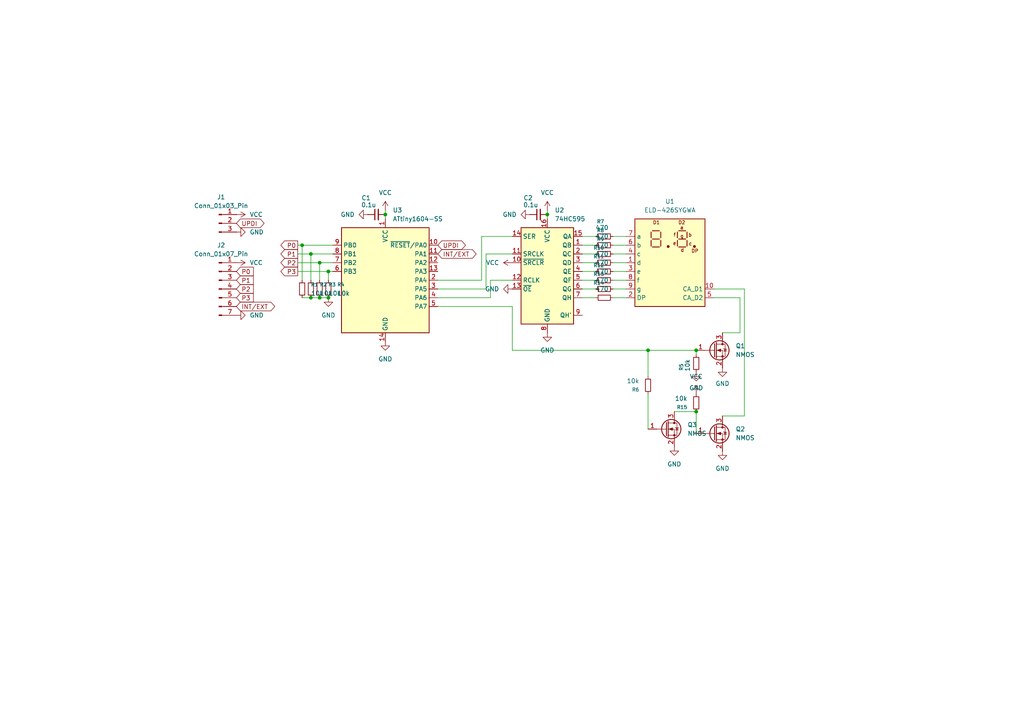
<source format=kicad_sch>
(kicad_sch (version 20250114) (generator "eeschema") (generator_version "9.0")
  (paper "A4")
  (lib_symbols
    (symbol "74xx:74HC595"
      (property "Reference" "U" (at -7.62 13.97 0))
      (property "Value" "74HC595" (at -7.62 -16.51 0))
      (symbol "74HC595_1_0"
        (pin input line (at -10.16 10.16 0) (length 2.54) (name "SER") (number "14"))
        (pin input line (at -10.16 5.08 0) (length 2.54) (name "SRCLK") (number "11"))
        (pin input line (at -10.16 2.54 0) (length 2.54) (name "~{SRCLR}") (number "10"))
        (pin input line (at -10.16 -2.54 0) (length 2.54) (name "RCLK") (number "12"))
        (pin input line (at -10.16 -5.08 0) (length 2.54) (name "~{OE}") (number "13"))
        (pin power_in line (at 0 15.24 270) (length 2.54) (name "VCC") (number "16"))
        (pin power_in line (at 0 -17.78 90) (length 2.54) (name "GND") (number "8"))
        (pin tri_state line (at 10.16 10.16 180) (length 2.54) (name "QA") (number "15"))
        (pin tri_state line (at 10.16 7.62 180) (length 2.54) (name "QB") (number "1"))
        (pin tri_state line (at 10.16 5.08 180) (length 2.54) (name "QC") (number "2"))
        (pin tri_state line (at 10.16 2.54 180) (length 2.54) (name "QD") (number "3"))
        (pin tri_state line (at 10.16 0 180) (length 2.54) (name "QE") (number "4"))
        (pin tri_state line (at 10.16 -2.54 180) (length 2.54) (name "QF") (number "5"))
        (pin tri_state line (at 10.16 -5.08 180) (length 2.54) (name "QG") (number "6"))
        (pin tri_state line (at 10.16 -7.62 180) (length 2.54) (name "QH") (number "7"))
        (pin output line (at 10.16 -12.7 180) (length 2.54) (name "QH'") (number "9"))
      )
      (symbol "74HC595_1_1"
        (rectangle (start -7.62 12.7) (end 7.62 -15.24) (stroke (width 0.254)) (fill (type background)))
      )
    )
    (symbol "Connector:Conn_01x03_Pin" (pin_names (offset 1.016) (hide yes))
      (property "Reference" "J" (at 0 5.08 0))
      (property "Value" "Conn_01x03_Pin" (at 0 -5.08 0))
      (symbol "Conn_01x03_Pin_1_1"
        (rectangle (start 0.8636 2.667) (end 0 2.413) (stroke (width 0.1524)) (fill (type outline)))
        (rectangle (start 0.8636 0.127) (end 0 -0.127) (stroke (width 0.1524)) (fill (type outline)))
        (rectangle (start 0.8636 -2.413) (end 0 -2.667) (stroke (width 0.1524)) (fill (type outline)))
        (polyline (pts (xy 1.27 2.54) (xy 0.8636 2.54)) (stroke (width 0.1524)))
        (polyline (pts (xy 1.27 0) (xy 0.8636 0)) (stroke (width 0.1524)))
        (polyline (pts (xy 1.27 -2.54) (xy 0.8636 -2.54)) (stroke (width 0.1524)))
        (pin passive line (at 5.08 2.54 180) (length 3.81) (name "Pin_1") (number "1"))
        (pin passive line (at 5.08 0 180) (length 3.81) (name "Pin_2") (number "2"))
        (pin passive line (at 5.08 -2.54 180) (length 3.81) (name "Pin_3") (number "3"))
      )
    )
    (symbol "Connector:Conn_01x07_Pin" (pin_names (offset 1.016) (hide yes))
      (property "Reference" "J" (at 0 10.16 0))
      (property "Value" "Conn_01x07_Pin" (at 0 -10.16 0))
      (symbol "Conn_01x07_Pin_1_1"
        (rectangle (start 0.8636 7.747) (end 0 7.493) (stroke (width 0.1524)) (fill (type outline)))
        (rectangle (start 0.8636 5.207) (end 0 4.953) (stroke (width 0.1524)) (fill (type outline)))
        (rectangle (start 0.8636 2.667) (end 0 2.413) (stroke (width 0.1524)) (fill (type outline)))
        (rectangle (start 0.8636 0.127) (end 0 -0.127) (stroke (width 0.1524)) (fill (type outline)))
        (rectangle (start 0.8636 -2.413) (end 0 -2.667) (stroke (width 0.1524)) (fill (type outline)))
        (rectangle (start 0.8636 -4.953) (end 0 -5.207) (stroke (width 0.1524)) (fill (type outline)))
        (rectangle (start 0.8636 -7.493) (end 0 -7.747) (stroke (width 0.1524)) (fill (type outline)))
        (polyline (pts (xy 1.27 7.62) (xy 0.8636 7.62)) (stroke (width 0.1524)))
        (polyline (pts (xy 1.27 5.08) (xy 0.8636 5.08)) (stroke (width 0.1524)))
        (polyline (pts (xy 1.27 2.54) (xy 0.8636 2.54)) (stroke (width 0.1524)))
        (polyline (pts (xy 1.27 0) (xy 0.8636 0)) (stroke (width 0.1524)))
        (polyline (pts (xy 1.27 -2.54) (xy 0.8636 -2.54)) (stroke (width 0.1524)))
        (polyline (pts (xy 1.27 -5.08) (xy 0.8636 -5.08)) (stroke (width 0.1524)))
        (polyline (pts (xy 1.27 -7.62) (xy 0.8636 -7.62)) (stroke (width 0.1524)))
        (pin passive line (at 5.08 7.62 180) (length 3.81) (name "Pin_1") (number "1"))
        (pin passive line (at 5.08 5.08 180) (length 3.81) (name "Pin_2") (number "2"))
        (pin passive line (at 5.08 2.54 180) (length 3.81) (name "Pin_3") (number "3"))
        (pin passive line (at 5.08 0 180) (length 3.81) (name "Pin_4") (number "4"))
        (pin passive line (at 5.08 -2.54 180) (length 3.81) (name "Pin_5") (number "5"))
        (pin passive line (at 5.08 -5.08 180) (length 3.81) (name "Pin_6") (number "6"))
        (pin passive line (at 5.08 -7.62 180) (length 3.81) (name "Pin_7") (number "7"))
      )
    )
    (symbol "Device:C_Small" (pin_numbers (hide yes)) (pin_names (offset 0.254) (hide yes))
      (property "Reference" "C" (at 0.254 1.778 0))
      (property "Value" "C_Small" (at 0.254 -2.032 0))
      (symbol "C_Small_0_1"
        (polyline (pts (xy -1.524 0.508) (xy 1.524 0.508)) (stroke (width 0.3048)))
        (polyline (pts (xy -1.524 -0.508) (xy 1.524 -0.508)) (stroke (width 0.3302)))
      )
      (symbol "C_Small_1_1"
        (pin passive line (at 0 2.54 270) (length 2.032) (name "~") (number "1"))
        (pin passive line (at 0 -2.54 90) (length 2.032) (name "~") (number "2"))
      )
    )
    (symbol "Device:R_Small" (pin_numbers (hide yes)) (pin_names (offset 0.254) (hide yes))
      (property "Reference" "R" (at 0 0 90))
      (property "Value" "R_Small" (at 1.778 0 90))
      (symbol "R_Small_0_1"
        (rectangle (start -0.762 1.778) (end 0.762 -1.778) (stroke (width 0.2032)))
      )
      (symbol "R_Small_1_1"
        (pin passive line (at 0 2.54 270) (length 0.762) (name "~") (number "1"))
        (pin passive line (at 0 -2.54 90) (length 0.762) (name "~") (number "2"))
      )
    )
    (symbol "Display_Character:ELD-426SYGWA"
      (property "Reference" "U" (at -8.89 13.97 0))
      (property "Value" "ELD-426SYGWA" (at -2.794 -14.224 0))
      (symbol "ELD-426SYGWA_0_0"
        (text "D1" (at -3.937 11.684 0) (effects (font (size 0.9906 0.9906))))
        (text "f" (at 1.3716 8.1026 0) (effects (font (size 0.9906 0.9906))))
        (text "e" (at 1.3716 5.6388 0) (effects (font (size 0.9906 0.9906))))
        (text "D2" (at 3.429 11.684 0) (effects (font (size 0.9906 0.9906))))
        (text "a" (at 3.4544 10.1854 0) (effects (font (size 0.9906 0.9906))))
        (text "g" (at 3.5052 7.7216 0) (effects (font (size 0.9906 0.9906))))
        (text "d" (at 3.6068 3.683 0) (effects (font (size 0.9906 0.9906))))
        (text "b" (at 5.842 8.0772 0) (effects (font (size 0.9906 0.9906))))
        (text "c" (at 5.9436 5.5372 0) (effects (font (size 0.9906 0.9906))))
        (text "DP" (at 7.239 3.429 0) (effects (font (size 0.9906 0.9906))))
      )
      (symbol "ELD-426SYGWA_0_1"
        (rectangle (start -10.16 12.7) (end 10.16 -12.7) (stroke (width 0.254)) (fill (type background)))
        (polyline (pts (xy -5.461 7.239) (xy -5.461 8.89)) (stroke (width 0.254)))
        (polyline (pts (xy -5.461 4.826) (xy -5.461 6.477)) (stroke (width 0.254)))
        (polyline (pts (xy -5.08 9.271) (xy -3.048 9.271)) (stroke (width 0.254)))
        (polyline (pts (xy -5.08 6.858) (xy -3.048 6.858)) (stroke (width 0.254)))
        (polyline (pts (xy -5.08 4.572) (xy -3.048 4.572)) (stroke (width 0.254)))
        (polyline (pts (xy -2.667 7.239) (xy -2.667 8.89)) (stroke (width 0.254)))
        (polyline (pts (xy -2.667 4.826) (xy -2.667 6.477)) (stroke (width 0.254)))
        (circle (center -0.508 4.699) (radius 0.2794) (stroke (width 0.254)) (fill (type outline)))
        (polyline (pts (xy 2.159 7.239) (xy 2.159 8.89)) (stroke (width 0.254)))
        (polyline (pts (xy 2.159 4.826) (xy 2.159 6.477)) (stroke (width 0.254)))
        (polyline (pts (xy 2.54 9.271) (xy 4.572 9.271)) (stroke (width 0.254)))
        (polyline (pts (xy 2.54 6.858) (xy 4.572 6.858)) (stroke (width 0.254)))
        (polyline (pts (xy 2.54 4.572) (xy 4.572 4.572)) (stroke (width 0.254)))
        (polyline (pts (xy 4.953 7.239) (xy 4.953 8.89)) (stroke (width 0.254)))
        (polyline (pts (xy 4.953 4.826) (xy 4.953 6.477)) (stroke (width 0.254)))
        (circle (center 7.112 4.699) (radius 0.2794) (stroke (width 0.254)) (fill (type outline)))
      )
      (symbol "ELD-426SYGWA_1_1"
        (pin input line (at -12.7 7.62 0) (length 2.54) (name "a") (number "7"))
        (pin input line (at -12.7 5.08 0) (length 2.54) (name "b") (number "6"))
        (pin input line (at -12.7 2.54 0) (length 2.54) (name "c") (number "4"))
        (pin input line (at -12.7 0 0) (length 2.54) (name "d") (number "1"))
        (pin input line (at -12.7 -2.54 0) (length 2.54) (name "e") (number "3"))
        (pin input line (at -12.7 -5.08 0) (length 2.54) (name "f") (number "8"))
        (pin input line (at -12.7 -7.62 0) (length 2.54) (name "g") (number "9"))
        (pin input line (at -12.7 -10.16 0) (length 2.54) (name "DP") (number "2"))
        (pin input line (at 12.7 -7.62 180) (length 2.54) (name "CA_D1") (number "10"))
        (pin input line (at 12.7 -10.16 180) (length 2.54) (name "CA_D2") (number "5"))
      )
    )
    (symbol "MCU_Microchip_ATtiny:ATtiny1604-SS"
      (property "Reference" "U" (at -12.7 16.51 0))
      (property "Value" "ATtiny1604-SS" (at 2.54 -16.51 0))
      (symbol "ATtiny1604-SS_0_1"
        (rectangle (start -12.7 -15.24) (end 12.7 15.24) (stroke (width 0.254)) (fill (type background)))
      )
      (symbol "ATtiny1604-SS_1_1"
        (pin bidirectional line (at -15.24 10.16 0) (length 2.54) (name "PB0") (number "9"))
        (pin bidirectional line (at -15.24 7.62 0) (length 2.54) (name "PB1") (number "8"))
        (pin bidirectional line (at -15.24 5.08 0) (length 2.54) (name "PB2") (number "7"))
        (pin bidirectional line (at -15.24 2.54 0) (length 2.54) (name "PB3") (number "6"))
        (pin power_in line (at 0 17.78 270) (length 2.54) (name "VCC") (number "1"))
        (pin power_in line (at 0 -17.78 90) (length 2.54) (name "GND") (number "14"))
        (pin bidirectional line (at 15.24 10.16 180) (length 2.54) (name "~{RESET}/PA0") (number "10"))
        (pin bidirectional line (at 15.24 7.62 180) (length 2.54) (name "PA1") (number "11"))
        (pin bidirectional line (at 15.24 5.08 180) (length 2.54) (name "PA2") (number "12"))
        (pin bidirectional line (at 15.24 2.54 180) (length 2.54) (name "PA3") (number "13"))
        (pin bidirectional line (at 15.24 0 180) (length 2.54) (name "PA4") (number "2"))
        (pin bidirectional line (at 15.24 -2.54 180) (length 2.54) (name "PA5") (number "3"))
        (pin bidirectional line (at 15.24 -5.08 180) (length 2.54) (name "PA6") (number "4"))
        (pin bidirectional line (at 15.24 -7.62 180) (length 2.54) (name "PA7") (number "5"))
      )
    )
    (symbol "Transistor_FET_Other:Q_NMOS_Depletion_GSD" (pin_names (offset 0) (hide yes))
      (property "Reference" "Q" (at 5.08 1.905 0))
      (property "Value" "Q_NMOS_Depletion_GSD" (at 5.08 0 0))
      (symbol "Q_NMOS_Depletion_GSD_0_1"
        (polyline (pts (xy 0.254 1.905) (xy 0.254 -1.905)) (stroke (width 0.254)))
        (polyline (pts (xy 0.254 0) (xy -2.54 0)))
        (polyline (pts (xy 0.762 2.286) (xy 0.762 -2.286)) (stroke (width 0.254)))
        (polyline (pts (xy 0.762 -1.778) (xy 3.302 -1.778) (xy 3.302 1.778) (xy 0.762 1.778)))
        (polyline (pts (xy 1.016 0) (xy 2.032 0.381) (xy 2.032 -0.381) (xy 1.016 0)) (fill (type outline)))
        (circle (center 1.651 0) (radius 2.794) (stroke (width 0.254)))
        (polyline (pts (xy 2.54 2.54) (xy 2.54 1.778)))
        (circle (center 2.54 1.778) (radius 0.254) (fill (type outline)))
        (circle (center 2.54 -1.778) (radius 0.254) (fill (type outline)))
        (polyline (pts (xy 2.54 -2.54) (xy 2.54 0) (xy 0.762 0)))
        (polyline (pts (xy 2.794 0.508) (xy 2.921 0.381) (xy 3.683 0.381) (xy 3.81 0.254)))
        (polyline (pts (xy 3.302 0.381) (xy 2.921 -0.254) (xy 3.683 -0.254) (xy 3.302 0.381)))
      )
      (symbol "Q_NMOS_Depletion_GSD_1_1"
        (pin input line (at -5.08 0 0) (length 2.54) (name "G") (number "1"))
        (pin passive line (at 2.54 5.08 270) (length 2.54) (name "D") (number "3"))
        (pin passive line (at 2.54 -5.08 90) (length 2.54) (name "S") (number "2"))
      )
    )
    (symbol "power:GND" (power) (pin_numbers (hide yes)) (pin_names (offset 0) (hide yes))
      (property "Value" "GND" (at 0 -3.81 0))
      (symbol "GND_0_1"
        (polyline (pts (xy 0 0) (xy 0 -1.27) (xy 1.27 -1.27) (xy 0 -2.54) (xy -1.27 -1.27) (xy 0 -1.27)))
      )
      (symbol "GND_1_1"
        (pin power_in line (at 0 0 270) (length 0) (name "~") (number "1"))
      )
    )
    (symbol "power:VCC" (power) (pin_numbers (hide yes)) (pin_names (offset 0) (hide yes))
      (property "Value" "VCC" (at 0 3.556 0))
      (symbol "VCC_0_1"
        (polyline (pts (xy -0.762 1.27) (xy 0 2.54)))
        (polyline (pts (xy 0 2.54) (xy 0.762 1.27)))
        (polyline (pts (xy 0 0) (xy 0 2.54)))
      )
      (symbol "VCC_1_1"
        (pin power_in line (at 0 0 90) (length 0) (name "~") (number "1"))
      )
    )
  )
  (junction (at 111.76 62.23))
  (junction (at 90.17 73.66))
  (junction (at 187.96 101.6))
  (junction (at 92.71 86.36))
  (junction (at 90.17 86.36))
  (junction (at 87.63 71.12))
  (junction (at 92.71 76.2))
  (junction (at 158.75 62.23))
  (junction (at 201.93 101.6))
  (junction (at 201.93 119.38))
  (junction (at 95.25 86.36))
  (junction (at 95.25 78.74))
  (wire (pts (xy 172.72 86.36) (xy 168.91 86.36)))
  (wire (pts (xy 92.71 86.36) (xy 95.25 86.36)))
  (wire (pts (xy 127 81.28) (xy 139.7 81.28)))
  (wire (pts (xy 158.75 60.96) (xy 158.75 62.23)))
  (wire (pts (xy 177.8 76.2) (xy 181.61 76.2)))
  (wire (pts (xy 215.9 83.82) (xy 215.9 120.65)))
  (wire (pts (xy 90.17 86.36) (xy 92.71 86.36)))
  (wire (pts (xy 177.8 81.28) (xy 181.61 81.28)))
  (wire (pts (xy 95.25 78.74) (xy 95.25 81.28)))
  (wire (pts (xy 177.8 68.58) (xy 181.61 68.58)))
  (wire (pts (xy 140.97 83.82) (xy 127 83.82)))
  (wire (pts (xy 172.72 71.12) (xy 168.91 71.12)))
  (wire (pts (xy 111.76 62.23) (xy 111.76 63.5)))
  (wire (pts (xy 215.9 83.82) (xy 207.01 83.82)))
  (wire (pts (xy 86.36 76.2) (xy 92.71 76.2)))
  (wire (pts (xy 187.96 114.3) (xy 187.96 124.46)))
  (wire (pts (xy 86.36 73.66) (xy 90.17 73.66)))
  (wire (pts (xy 187.96 101.6) (xy 187.96 109.22)))
  (wire (pts (xy 177.8 83.82) (xy 181.61 83.82)))
  (wire (pts (xy 127 86.36) (xy 142.24 86.36)))
  (wire (pts (xy 142.24 86.36) (xy 142.24 81.28)))
  (wire (pts (xy 209.55 120.65) (xy 215.9 120.65)))
  (wire (pts (xy 140.97 73.66) (xy 140.97 83.82)))
  (wire (pts (xy 172.72 78.74) (xy 168.91 78.74)))
  (wire (pts (xy 139.7 68.58) (xy 148.59 68.58)))
  (wire (pts (xy 148.59 88.9) (xy 148.59 101.6)))
  (wire (pts (xy 87.63 86.36) (xy 90.17 86.36)))
  (wire (pts (xy 86.36 78.74) (xy 95.25 78.74)))
  (wire (pts (xy 177.8 73.66) (xy 181.61 73.66)))
  (wire (pts (xy 177.8 71.12) (xy 181.61 71.12)))
  (wire (pts (xy 90.17 73.66) (xy 90.17 81.28)))
  (wire (pts (xy 177.8 78.74) (xy 181.61 78.74)))
  (wire (pts (xy 214.63 86.36) (xy 207.01 86.36)))
  (wire (pts (xy 127 88.9) (xy 148.59 88.9)))
  (wire (pts (xy 158.75 62.23) (xy 158.75 63.5)))
  (wire (pts (xy 111.76 60.96) (xy 111.76 62.23)))
  (wire (pts (xy 201.93 102.87) (xy 201.93 101.6)))
  (wire (pts (xy 86.36 71.12) (xy 87.63 71.12)))
  (wire (pts (xy 92.71 76.2) (xy 96.52 76.2)))
  (wire (pts (xy 214.63 96.52) (xy 214.63 86.36)))
  (wire (pts (xy 172.72 83.82) (xy 168.91 83.82)))
  (wire (pts (xy 187.96 101.6) (xy 201.93 101.6)))
  (wire (pts (xy 172.72 73.66) (xy 168.91 73.66)))
  (wire (pts (xy 195.58 119.38) (xy 201.93 119.38)))
  (wire (pts (xy 177.8 86.36) (xy 181.61 86.36)))
  (wire (pts (xy 209.55 96.52) (xy 214.63 96.52)))
  (wire (pts (xy 172.72 81.28) (xy 168.91 81.28)))
  (wire (pts (xy 95.25 78.74) (xy 96.52 78.74)))
  (wire (pts (xy 142.24 81.28) (xy 148.59 81.28)))
  (wire (pts (xy 90.17 73.66) (xy 96.52 73.66)))
  (wire (pts (xy 139.7 81.28) (xy 139.7 68.58)))
  (wire (pts (xy 201.93 119.38) (xy 201.93 125.73)))
  (wire (pts (xy 87.63 71.12) (xy 87.63 81.28)))
  (wire (pts (xy 172.72 68.58) (xy 168.91 68.58)))
  (wire (pts (xy 148.59 101.6) (xy 187.96 101.6)))
  (wire (pts (xy 87.63 71.12) (xy 96.52 71.12)))
  (wire (pts (xy 92.71 76.2) (xy 92.71 81.28)))
  (wire (pts (xy 148.59 73.66) (xy 140.97 73.66)))
  (wire (pts (xy 172.72 76.2) (xy 168.91 76.2)))
  (global_label "UPDI" (shape bidirectional) (at 127 71.12 0) (property "Intersheetrefs" "${INTERSHEET_REFS}" (effects (hide yes))))
  (global_label "P0" (shape output) (at 86.36 71.12 180) (property "Intersheetrefs" "${INTERSHEET_REFS}" (effects (hide yes))))
  (global_label "P2" (shape output) (at 86.36 76.2 180) (property "Intersheetrefs" "${INTERSHEET_REFS}" (effects (hide yes))))
  (global_label "UPDI" (shape bidirectional) (at 68.58 64.77 0) (property "Intersheetrefs" "${INTERSHEET_REFS}" (effects (hide yes))))
  (global_label "P3" (shape input) (at 68.58 86.36 0) (property "Intersheetrefs" "${INTERSHEET_REFS}" (effects (hide yes))))
  (global_label "P0" (shape input) (at 68.58 78.74 0) (property "Intersheetrefs" "${INTERSHEET_REFS}" (effects (hide yes))))
  (global_label "P3" (shape output) (at 86.36 78.74 180) (property "Intersheetrefs" "${INTERSHEET_REFS}" (effects (hide yes))))
  (global_label "P2" (shape input) (at 68.58 83.82 0) (property "Intersheetrefs" "${INTERSHEET_REFS}" (effects (hide yes))))
  (global_label "INT{slash}EXT" (shape bidirectional) (at 127 73.66 0) (property "Intersheetrefs" "${INTERSHEET_REFS}" (effects (hide yes))))
  (global_label "INT{slash}EXT" (shape bidirectional) (at 68.58 88.9 0) (property "Intersheetrefs" "${INTERSHEET_REFS}" (effects (hide yes))))
  (global_label "P1" (shape input) (at 68.58 81.28 0) (property "Intersheetrefs" "${INTERSHEET_REFS}" (effects (hide yes))))
  (global_label "P1" (shape output) (at 86.36 73.66 180) (property "Intersheetrefs" "${INTERSHEET_REFS}" (effects (hide yes))))
  (symbol (lib_id "power:GND") (at 68.58 67.31 90) (unit 1)
    (property "Reference" "#PWR08" (effects (hide yes)))
    (property "Value" "GND" (at 72.39 67.3099 90) (effects (justify right)))
    (property "Description" "Power symbol creates a global label with name \"GND\" , ground" (effects (hide yes)))
  )
  (symbol (lib_id "power:GND") (at 95.25 86.36 0) (unit 1)
    (property "Reference" "#PWR018" (effects (hide yes)))
    (property "Value" "GND" (at 95.25 91.44 0))
    (property "Description" "Power symbol creates a global label with name \"GND\" , ground" (effects (hide yes)))
  )
  (symbol (lib_id "Device:C_Small") (at 156.21 62.23 90) (unit 1)
    (property "Reference" "C2" (at 153.162 57.404 90))
    (property "Value" "0.1u" (at 153.924 59.436 90))
    (property "Description" "Unpolarized capacitor, small symbol" (effects (hide yes)))
  )
  (symbol (lib_id "power:VCC") (at 158.75 60.96 0) (unit 1)
    (property "Reference" "#PWR02" (effects (hide yes)))
    (property "Value" "VCC" (at 158.75 55.88 0))
    (property "Description" "Power symbol creates a global label with name \"VCC\"" (effects (hide yes)))
  )
  (symbol (lib_id "Device:R_Small") (at 201.93 116.84 180) (unit 1)
    (property "Reference" "R15" (at 199.39 118.1101 0) (effects (font (size 1.016 1.016)) (justify left)))
    (property "Value" "10k" (at 199.39 115.57 0) (effects (justify left)))
    (property "Description" "Resistor, small symbol" (effects (hide yes)))
  )
  (symbol (lib_id "power:VCC") (at 68.58 76.2 270) (unit 1)
    (property "Reference" "#PWR016" (effects (hide yes)))
    (property "Value" "VCC" (at 72.39 76.1999 90) (effects (justify left)))
    (property "Description" "Power symbol creates a global label with name \"VCC\"" (effects (hide yes)))
  )
  (symbol (lib_id "Device:R_Small") (at 175.26 76.2 90) (unit 1)
    (property "Reference" "R10" (at 175.26 71.882 90) (effects (font (size 1.016 1.016)) (justify left)))
    (property "Value" "470" (at 176.53 73.66 90) (effects (justify left)))
    (property "Description" "Resistor, small symbol" (effects (hide yes)))
  )
  (symbol (lib_id "Device:R_Small") (at 175.26 86.36 90) (unit 1)
    (property "Reference" "R14" (at 175.26 82.042 90) (effects (font (size 1.016 1.016)) (justify left)))
    (property "Value" "470" (at 176.53 83.82 90) (effects (justify left)))
    (property "Description" "Resistor, small symbol" (effects (hide yes)))
  )
  (symbol (lib_id "power:GND") (at 148.59 83.82 270) (unit 1)
    (property "Reference" "#PWR06" (effects (hide yes)))
    (property "Value" "GND" (at 144.78 83.8199 90) (effects (justify right)))
    (property "Description" "Power symbol creates a global label with name \"GND\" , ground" (effects (hide yes)))
  )
  (symbol (lib_id "Device:R_Small") (at 87.63 83.82 0) (unit 1)
    (property "Reference" "R1" (at 90.17 82.5499 0) (effects (font (size 1.016 1.016)) (justify left)))
    (property "Value" "10k" (at 90.17 85.0899 0) (effects (justify left)))
    (property "Description" "Resistor, small symbol" (effects (hide yes)))
  )
  (symbol (lib_id "Device:R_Small") (at 175.26 68.58 90) (unit 1)
    (property "Reference" "R7" (at 175.26 64.262 90) (effects (font (size 1.016 1.016)) (justify left)))
    (property "Value" "470" (at 176.53 66.04 90) (effects (justify left)))
    (property "Description" "Resistor, small symbol" (effects (hide yes)))
  )
  (symbol (lib_id "Device:R_Small") (at 95.25 83.82 0) (unit 1)
    (property "Reference" "R4" (at 97.79 82.5499 0) (effects (font (size 1.016 1.016)) (justify left)))
    (property "Value" "10k" (at 97.79 85.0899 0) (effects (justify left)))
    (property "Description" "Resistor, small symbol" (effects (hide yes)))
  )
  (symbol (lib_id "Transistor_FET_Other:Q_NMOS_Depletion_GSD") (at 207.01 125.73 0) (unit 1)
    (property "Reference" "Q2" (at 213.36 124.4599 0) (effects (justify left)))
    (property "Value" "NMOS" (at 213.36 126.9999 0) (effects (justify left)))
    (property "Description" "Depletion-mode N-channel MOSFET gate/source/drain" (effects (hide yes)))
  )
  (symbol (lib_id "Connector:Conn_01x07_Pin") (at 63.5 83.82 0) (unit 1)
    (property "Reference" "J2" (at 64.135 71.12 0))
    (property "Value" "Conn_01x07_Pin" (at 64.135 73.66 0))
    (property "Description" "Generic connector, single row, 01x07, script generated" (effects (hide yes)))
  )
  (symbol (lib_id "power:GND") (at 209.55 130.81 0) (unit 1)
    (property "Reference" "#PWR019" (effects (hide yes)))
    (property "Value" "GND" (at 209.55 135.89 0))
    (property "Description" "Power symbol creates a global label with name \"GND\" , ground" (effects (hide yes)))
  )
  (symbol (lib_id "Transistor_FET_Other:Q_NMOS_Depletion_GSD") (at 193.04 124.46 0) (unit 1)
    (property "Reference" "Q3" (at 199.39 123.1899 0) (effects (justify left)))
    (property "Value" "NMOS" (at 199.39 125.7299 0) (effects (justify left)))
    (property "Description" "Depletion-mode N-channel MOSFET gate/source/drain" (effects (hide yes)))
  )
  (symbol (lib_id "Connector:Conn_01x03_Pin") (at 63.5 64.77 0) (unit 1)
    (property "Reference" "J1" (at 64.135 57.15 0))
    (property "Value" "Conn_01x03_Pin" (at 64.135 59.69 0))
    (property "Description" "Generic connector, single row, 01x03, script generated" (effects (hide yes)))
  )
  (symbol (lib_id "power:VCC") (at 201.93 114.3 0) (unit 1)
    (property "Reference" "#PWR011" (effects (hide yes)))
    (property "Value" "VCC" (at 201.93 109.22 0))
    (property "Description" "Power symbol creates a global label with name \"VCC\"" (effects (hide yes)))
  )
  (symbol (lib_id "power:GND") (at 201.93 107.95 0) (unit 1)
    (property "Reference" "#PWR021" (effects (hide yes)))
    (property "Value" "GND" (at 201.93 112.522 0))
    (property "Description" "Power symbol creates a global label with name \"GND\" , ground" (effects (hide yes)))
  )
  (symbol (lib_id "power:GND") (at 68.58 91.44 90) (unit 1)
    (property "Reference" "#PWR017" (effects (hide yes)))
    (property "Value" "GND" (at 72.39 91.4399 90) (effects (justify right)))
    (property "Description" "Power symbol creates a global label with name \"GND\" , ground" (effects (hide yes)))
  )
  (symbol (lib_id "Device:C_Small") (at 109.22 62.23 90) (unit 1)
    (property "Reference" "C1" (at 106.172 57.404 90))
    (property "Value" "0.1u" (at 106.934 59.436 90))
    (property "Description" "Unpolarized capacitor, small symbol" (effects (hide yes)))
  )
  (symbol (lib_id "power:GND") (at 158.75 96.52 0) (unit 1)
    (property "Reference" "#PWR04" (effects (hide yes)))
    (property "Value" "GND" (at 158.75 101.6 0))
    (property "Description" "Power symbol creates a global label with name \"GND\" , ground" (effects (hide yes)))
  )
  (symbol (lib_id "power:VCC") (at 68.58 62.23 270) (unit 1)
    (property "Reference" "#PWR07" (effects (hide yes)))
    (property "Value" "VCC" (at 72.39 62.2299 90) (effects (justify left)))
    (property "Description" "Power symbol creates a global label with name \"VCC\"" (effects (hide yes)))
  )
  (symbol (lib_id "power:VCC") (at 148.59 76.2 90) (unit 1)
    (property "Reference" "#PWR05" (effects (hide yes)))
    (property "Value" "VCC" (at 144.78 76.1999 90) (effects (justify left)))
    (property "Description" "Power symbol creates a global label with name \"VCC\"" (effects (hide yes)))
  )
  (symbol (lib_id "Device:R_Small") (at 175.26 81.28 90) (unit 1)
    (property "Reference" "R12" (at 175.26 76.962 90) (effects (font (size 1.016 1.016)) (justify left)))
    (property "Value" "470" (at 176.53 78.74 90) (effects (justify left)))
    (property "Description" "Resistor, small symbol" (effects (hide yes)))
  )
  (symbol (lib_id "Device:R_Small") (at 175.26 73.66 90) (unit 1)
    (property "Reference" "R9" (at 175.26 69.342 90) (effects (font (size 1.016 1.016)) (justify left)))
    (property "Value" "470" (at 176.53 71.12 90) (effects (justify left)))
    (property "Description" "Resistor, small symbol" (effects (hide yes)))
  )
  (symbol (lib_id "power:GND") (at 209.55 106.68 0) (unit 1)
    (property "Reference" "#PWR020" (effects (hide yes)))
    (property "Value" "GND" (at 209.55 111.252 0))
    (property "Description" "Power symbol creates a global label with name \"GND\" , ground" (effects (hide yes)))
  )
  (symbol (lib_id "power:VCC") (at 111.76 60.96 0) (unit 1)
    (property "Reference" "#PWR01" (effects (hide yes)))
    (property "Value" "VCC" (at 111.76 55.88 0))
    (property "Description" "Power symbol creates a global label with name \"VCC\"" (effects (hide yes)))
  )
  (symbol (lib_id "Device:R_Small") (at 175.26 71.12 90) (unit 1)
    (property "Reference" "R8" (at 175.26 66.802 90) (effects (font (size 1.016 1.016)) (justify left)))
    (property "Value" "470" (at 176.53 68.58 90) (effects (justify left)))
    (property "Description" "Resistor, small symbol" (effects (hide yes)))
  )
  (symbol (lib_id "power:GND") (at 106.68 62.23 270) (unit 1)
    (property "Reference" "#PWR09" (effects (hide yes)))
    (property "Value" "GND" (at 102.87 62.2299 90) (effects (justify right)))
    (property "Description" "Power symbol creates a global label with name \"GND\" , ground" (effects (hide yes)))
  )
  (symbol (lib_id "Device:R_Small") (at 92.71 83.82 0) (unit 1)
    (property "Reference" "R3" (at 95.25 82.5499 0) (effects (font (size 1.016 1.016)) (justify left)))
    (property "Value" "10k" (at 95.25 85.0899 0) (effects (justify left)))
    (property "Description" "Resistor, small symbol" (effects (hide yes)))
  )
  (symbol (lib_id "Device:R_Small") (at 90.17 83.82 0) (unit 1)
    (property "Reference" "R2" (at 92.71 82.5499 0) (effects (font (size 1.016 1.016)) (justify left)))
    (property "Value" "10k" (at 92.71 85.0899 0) (effects (justify left)))
    (property "Description" "Resistor, small symbol" (effects (hide yes)))
  )
  (symbol (lib_id "Device:R_Small") (at 175.26 83.82 90) (unit 1)
    (property "Reference" "R13" (at 175.26 79.502 90) (effects (font (size 1.016 1.016)) (justify left)))
    (property "Value" "470" (at 176.53 81.28 90) (effects (justify left)))
    (property "Description" "Resistor, small symbol" (effects (hide yes)))
  )
  (symbol (lib_id "power:GND") (at 111.76 99.06 0) (unit 1)
    (property "Reference" "#PWR03" (effects (hide yes)))
    (property "Value" "GND" (at 111.76 104.14 0))
    (property "Description" "Power symbol creates a global label with name \"GND\" , ground" (effects (hide yes)))
  )
  (symbol (lib_id "Device:R_Small") (at 201.93 105.41 180) (unit 1)
    (property "Reference" "R5" (at 197.612 105.41 90) (effects (font (size 1.016 1.016)) (justify left)))
    (property "Value" "10k" (at 199.39 104.14 90) (effects (justify left)))
    (property "Description" "Resistor, small symbol" (effects (hide yes)))
  )
  (symbol (lib_id "Transistor_FET_Other:Q_NMOS_Depletion_GSD") (at 207.01 101.6 0) (unit 1)
    (property "Reference" "Q1" (at 213.36 100.3299 0) (effects (justify left)))
    (property "Value" "NMOS" (at 213.36 102.87 0) (effects (justify left)))
    (property "Description" "Depletion-mode N-channel MOSFET gate/source/drain" (effects (hide yes)))
  )
  (symbol (lib_id "MCU_Microchip_ATtiny:ATtiny1604-SS") (at 111.76 81.28 0) (unit 1)
    (property "Reference" "U3" (at 113.9033 60.96 0) (effects (justify left)))
    (property "Value" "ATtiny1604-SS" (at 113.9033 63.5 0) (effects (justify left)))
    (property "Footprint" "Package_SO:SOIC-14_3.9x8.7mm_P1.27mm" (effects (hide yes)))
    (property "Datasheet" "http://ww1.microchip.com/downloads/en/DeviceDoc/ATtiny804_1604-Data-Sheet-40002028A.pdf" (effects (hide yes)))
    (property "Description" "20MHz, 16kB Flash, 1kB SRAM, 256B EEPROM, SOIC-14" (effects (hide yes)))
  )
  (symbol (lib_id "Device:R_Small") (at 175.26 78.74 90) (unit 1)
    (property "Reference" "R11" (at 175.26 74.422 90) (effects (font (size 1.016 1.016)) (justify left)))
    (property "Value" "470" (at 176.53 76.2 90) (effects (justify left)))
    (property "Description" "Resistor, small symbol" (effects (hide yes)))
  )
  (symbol (lib_id "Display_Character:ELD-426SYGWA") (at 194.31 76.2 0) (unit 1)
    (property "Reference" "U1" (at 194.31 58.42 0))
    (property "Value" "ELD-426SYGWA" (at 194.31 60.96 0))
    (property "Footprint" "Display_7Segment:ELD_426XXXX" (effects (hide yes)))
    (property "Datasheet" "http://www.everlight.com/file/ProductFile/D426SYGWA-S530-E2.pdf" (effects (hide yes)))
    (property "Description" "Double 7 segment brilliant yellow green LED common anode" (effects (hide yes)))
  )
  (symbol (lib_id "74xx:74HC595") (at 158.75 78.74 0) (unit 1)
    (property "Reference" "U2" (at 160.8933 60.96 0) (effects (justify left)))
    (property "Value" "74HC595" (at 160.8933 63.5 0) (effects (justify left)))
    (property "Datasheet" "http://www.ti.com/lit/ds/symlink/sn74hc595.pdf" (effects (hide yes)))
    (property "Description" "8-bit serial in/out Shift Register 3-State Outputs" (effects (hide yes)))
  )
  (symbol (lib_id "Device:R_Small") (at 187.96 111.76 180) (unit 1)
    (property "Reference" "R6" (at 185.42 113.0301 0) (effects (font (size 1.016 1.016)) (justify left)))
    (property "Value" "10k" (at 185.42 110.49 0) (effects (justify left)))
    (property "Description" "Resistor, small symbol" (effects (hide yes)))
  )
  (symbol (lib_id "power:GND") (at 195.58 129.54 0) (unit 1)
    (property "Reference" "#PWR022" (effects (hide yes)))
    (property "Value" "GND" (at 195.58 134.62 0))
    (property "Description" "Power symbol creates a global label with name \"GND\" , ground" (effects (hide yes)))
  )
  (symbol (lib_id "power:GND") (at 153.67 62.23 270) (unit 1)
    (property "Reference" "#PWR010" (effects (hide yes)))
    (property "Value" "GND" (at 149.86 62.2299 90) (effects (justify right)))
    (property "Description" "Power symbol creates a global label with name \"GND\" , ground" (effects (hide yes)))
  )
)
</source>
